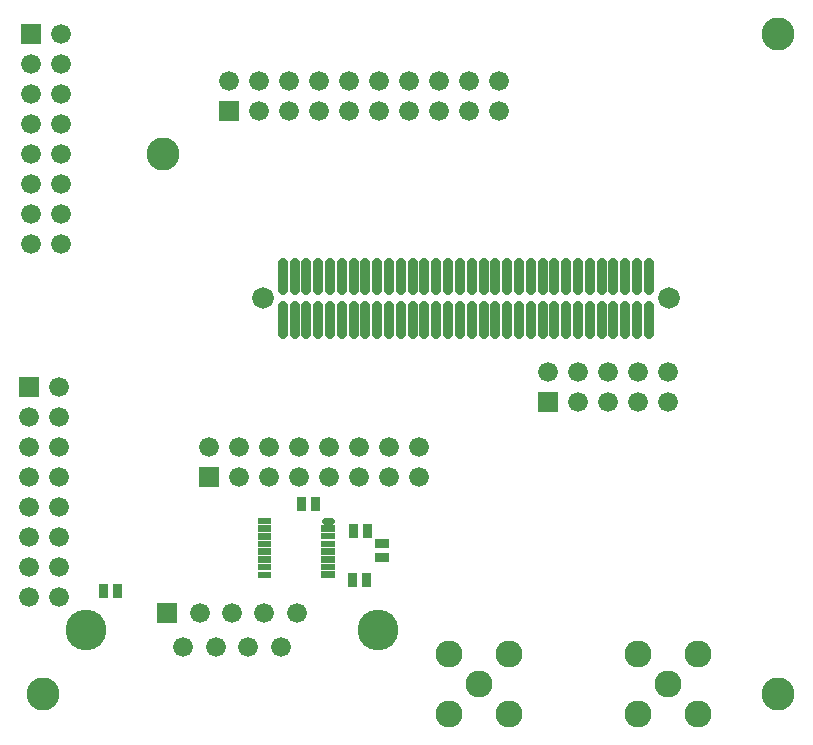
<source format=gbr>
G04 Title: RX Daughterboard, solder mask solder side *
G04 Creator: pcb-bin 1.99p *
G04 CreationDate: Thu Dec 30 23:48:06 2004 UTC *
G04 For: matt *
G04 Format: Gerber/RS-274X *
G04 PCB-Dimensions: 275000 250000 *
G04 PCB-Coordinate-Origin: lower left *
%MOIN*%
%FSLAX24Y24*%
%IPPOS*%
%ADD11C,0.0100*%
%ADD12C,0.0300*%
%ADD13R,0.0600X0.0600*%
%ADD14R,0.0660X0.0660*%
%ADD15R,0.0900X0.0900X0.0600X0.0600*%
%ADD16R,0.0900X0.0900*%
%ADD17C,0.0600*%
%ADD18C,0.0660*%
%ADD19C,0.0900X0.0600*%
%ADD20C,0.0900*%
%ADD21C,0.0125*%
%AMTHERM1*7,0,0,0.0900,0.0600,0.0125,45*%
%ADD22THERM1*%
%ADD23C,0.1300*%
%ADD24C,0.1360*%
%ADD25C,0.1600X0.1300*%
%ADD26C,0.1600*%
%ADD27C,0.0150*%
%ADD28C,0.0250*%
%ADD29C,0.0080*%
%AMTHERM2*7,0,0,0.0900,0.0600,0.0100,45*%
%ADD30THERM2*%
%ADD31C,0.0200*%
%ADD32R,0.0240X0.0240*%
%ADD33R,0.0440X0.0440*%
%ADD34R,0.0300X0.0300*%
%ADD35C,0.0060*%
%ADD36C,0.0160*%
%ADD37C,0.0460*%
%ADD38C,0.0220*%
%ADD39R,0.0160X0.0160*%
%ADD40R,0.0460X0.0460*%
%ADD41R,0.0220X0.0220*%
%ADD42C,0.0500*%
%ADD43R,0.0200X0.0200*%
%ADD44R,0.0500X0.0500*%
%ADD45R,0.0540X0.0540*%
%ADD46R,0.0650X0.0650*%
%ADD47R,0.0950X0.0950*%
%ADD48C,0.1200X0.0900*%
%ADD49C,0.1200*%
%AMTHERM3*7,0,0,0.1200,0.0900,0.0150,45*%
%ADD50THERM3*%
%ADD51C,0.0720*%
%ADD52C,0.0920X0.0720*%
%ADD53C,0.0920*%
%ADD54C,0.0240*%
%ADD55C,0.0340*%
%ADD56C,0.0119*%
%ADD57C,0.1320*%
%ADD58C,0.1100*%
%ADD59C,0.1520*%
%ADD60C,0.1520X0.1320*%
%ADD61C,0.0400*%
%ADD62C,0.0600X0.0400*%
%AMTHERM4*7,0,0,0.0600,0.0400,0.0100,45*%
%ADD63THERM4*%
%ADD64C,0.0800*%
%ADD65C,0.0800X0.0600*%
%AMTHERM5*7,0,0,0.0800,0.0600,0.0160,45*%
%ADD66THERM5*%
%LNGROUP_3*%
%LPD*%
G01X0Y0D02*
G54D34*X3990Y5040D02*Y4860D01*
X3510Y5040D02*Y4860D01*
G54D38*X10900Y7280D02*X11120D01*
G54D41*X10900Y7020D02*X11120D01*
X10900Y6770D02*X11120D01*
X10900Y6510D02*X11120D01*
X10900Y6250D02*X11120D01*
X10900Y6000D02*X11120D01*
X10900Y5740D02*X11120D01*
X10900Y5490D02*X11120D01*
X8780Y5480D02*X9000D01*
X8780Y5740D02*X9000D01*
X8780Y5990D02*X9000D01*
X8780Y6250D02*X9000D01*
X8780Y6510D02*X9000D01*
X8780Y6760D02*X9000D01*
X8780Y7020D02*X9000D01*
X8780Y7270D02*X9000D01*
G54D34*X12710Y6540D02*X12890D01*
X12710Y6060D02*X12890D01*
X10590Y7940D02*Y7760D01*
X10110Y7940D02*Y7760D01*
X11810Y5390D02*Y5210D01*
X12290Y5390D02*Y5210D01*
X11860Y7040D02*Y6860D01*
X12340Y7040D02*Y6860D01*
G54D55*X9499Y14428D02*Y13518D01*
X21704Y15881D02*Y14971D01*
X10286Y14428D02*Y13518D01*
X9893Y14428D02*Y13518D01*
X10680Y14428D02*Y13518D01*
X9499Y15881D02*Y14971D01*
X11074Y14428D02*Y13518D01*
X10286Y15881D02*Y14971D01*
X11467Y14428D02*Y13518D01*
X10680Y15881D02*Y14971D01*
X11861Y14428D02*Y13518D01*
X11074Y15881D02*Y14971D01*
X12255Y14428D02*Y13518D01*
X11467Y15881D02*Y14971D01*
X12648Y14428D02*Y13518D01*
X11861Y15881D02*Y14971D01*
X13042Y14428D02*Y13518D01*
X12255Y15881D02*Y14971D01*
X13436Y14428D02*Y13518D01*
X12648Y15881D02*Y14971D01*
X13042Y15881D02*Y14971D01*
X13436Y15881D02*Y14971D01*
X13830Y15881D02*Y14971D01*
X14223Y15881D02*Y14971D01*
X14617Y15881D02*Y14971D01*
X15011Y15881D02*Y14971D01*
X15404Y15881D02*Y14971D01*
X15798Y15881D02*Y14971D01*
X16192Y15881D02*Y14971D01*
X16585Y15881D02*Y14971D01*
X16979Y15881D02*Y14971D01*
X17373Y15881D02*Y14971D01*
X17767Y15881D02*Y14971D01*
X18160Y15881D02*Y14971D01*
X18554Y15881D02*Y14971D01*
X19341Y15881D02*Y14971D01*
X18948Y15881D02*Y14971D01*
X19735Y15881D02*Y14971D01*
X20129Y15881D02*Y14971D01*
X20522Y15881D02*Y14971D01*
X20916Y15881D02*Y14971D01*
X9893Y15881D02*Y14971D01*
X13830Y14428D02*Y13518D01*
X14223Y14428D02*Y13518D01*
X14617Y14428D02*Y13518D01*
X15011Y14428D02*Y13518D01*
X15404Y14428D02*Y13518D01*
X15798Y14428D02*Y13518D01*
X16192Y14428D02*Y13518D01*
X16585Y14428D02*Y13518D01*
X16979Y14428D02*Y13518D01*
X17373Y14428D02*Y13518D01*
X17767Y14428D02*Y13518D01*
X18160Y14428D02*Y13518D01*
X18554Y14428D02*Y13518D01*
X18948Y14428D02*Y13518D01*
X19341Y14428D02*Y13518D01*
X19735Y14428D02*Y13518D01*
X20129Y14428D02*Y13518D01*
X20522Y14428D02*Y13518D01*
X20916Y14428D02*Y13518D01*
X21310Y14428D02*Y13518D01*
X21704Y14428D02*Y13518D01*
X21310Y15881D02*Y14971D01*
G54D14*X5650Y4210D03*
G54D18*X6730D03*
X7810D03*
X8890D03*
X9970D03*
X6190Y3090D03*
X7270D03*
X8350D03*
X9430D03*
G54D24*X2950Y3650D03*
X12670D03*
G54D14*X1100Y23500D03*
G54D18*X2100D03*
X1100Y22500D03*
X2100D03*
X1100Y21500D03*
X2100D03*
X1100Y20500D03*
X2100D03*
X1100Y19500D03*
X2100D03*
X1100Y18500D03*
X2100D03*
X1100Y17500D03*
X2100D03*
X1100Y16500D03*
X2100D03*
G54D14*X1050Y11750D03*
G54D18*X2050D03*
X1050Y10750D03*
X2050D03*
X1050Y9750D03*
X2050D03*
X1050Y8750D03*
X2050D03*
X1050Y7750D03*
X2050D03*
X1050Y6750D03*
X2050D03*
X1050Y5750D03*
X2050D03*
X1050Y4750D03*
X2050D03*
G54D14*X7050Y8750D03*
G54D18*Y9750D03*
X8050Y8750D03*
Y9750D03*
X9050Y8750D03*
Y9750D03*
X10050Y8750D03*
Y9750D03*
X11050Y8750D03*
Y9750D03*
X12050Y8750D03*
Y9750D03*
X13050Y8750D03*
Y9750D03*
X14050Y8750D03*
Y9750D03*
G54D20*X22350Y1850D03*
X21350Y2850D03*
X23350D03*
X21350Y850D03*
X23350D03*
X16050Y1850D03*
X15050Y2850D03*
X17050D03*
X15050Y850D03*
X17050D03*
G54D14*X18350Y11250D03*
G54D18*Y12250D03*
X19350Y11250D03*
Y12250D03*
X20350Y11250D03*
Y12250D03*
X21350Y11250D03*
Y12250D03*
X22350Y11250D03*
Y12250D03*
G54D14*X7700Y20950D03*
G54D18*Y21950D03*
X8700Y20950D03*
Y21950D03*
X9700Y20950D03*
Y21950D03*
X10700Y20950D03*
Y21950D03*
X11700Y20950D03*
Y21950D03*
X12700Y20950D03*
Y21950D03*
X13700Y20950D03*
Y21950D03*
X14700Y20950D03*
Y21950D03*
X15700Y20950D03*
Y21950D03*
X16700Y20950D03*
Y21950D03*
G54D51*X8830Y14700D03*
X22373D03*
G54D58*X1500Y1500D03*
X26000Y23500D03*
Y1500D03*
X5500Y19500D03*
M02*

</source>
